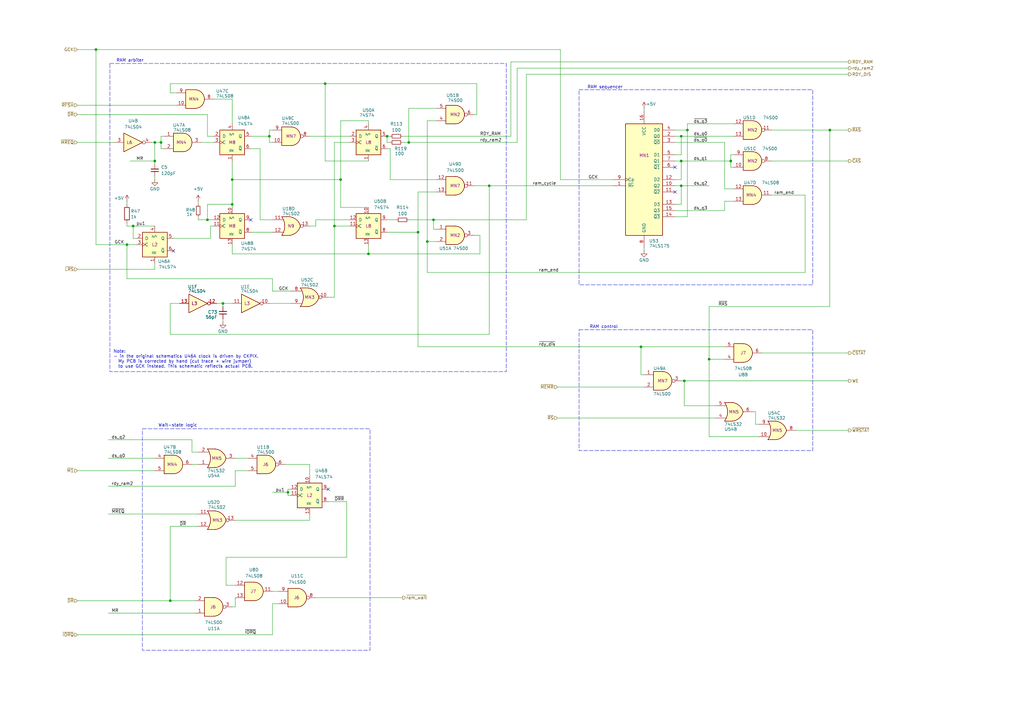
<source format=kicad_sch>
(kicad_sch (version 20231120) (generator "eeschema") (generator_version "8.0")
  (paper "A3")
  (title_block (title "Elwro 800 Junior Rev C - memory controller") (company "Przemysław Węgrzyn <pwegrzyn@codepainters.com>"))
  (lib_symbols
    (symbol "74xx:74LS00" (pin_names (offset 1.016))
      (property "Reference" "U" (at 0 1.27 0))
      (property "Value" "74LS00" (at 0 -1.27 0))
      (symbol "74LS00_1_1"
        (pin input line (at -7.62 2.54 0) (length 3.81) (name "~") (number "1"))
        (pin input line (at -7.62 -2.54 0) (length 3.81) (name "~") (number "2"))
        (pin output inverted (at 7.62 0 180) (length 3.81) (name "~") (number "3"))
      )
      (symbol "74LS00_1_2"
        (pin input inverted (at -7.62 2.54 0) (length 4.318) (name "~") (number "1"))
        (pin input inverted (at -7.62 -2.54 0) (length 4.318) (name "~") (number "2"))
        (pin output line (at 7.62 0 180) (length 3.81) (name "~") (number "3"))
      )
      (symbol "74LS00_2_1"
        (pin input line (at -7.62 2.54 0) (length 3.81) (name "~") (number "4"))
        (pin input line (at -7.62 -2.54 0) (length 3.81) (name "~") (number "5"))
        (pin output inverted (at 7.62 0 180) (length 3.81) (name "~") (number "6"))
      )
      (symbol "74LS00_2_2"
        (pin input inverted (at -7.62 2.54 0) (length 4.318) (name "~") (number "4"))
        (pin input inverted (at -7.62 -2.54 0) (length 4.318) (name "~") (number "5"))
        (pin output line (at 7.62 0 180) (length 3.81) (name "~") (number "6"))
      )
      (symbol "74LS00_3_1"
        (pin input line (at -7.62 -2.54 0) (length 3.81) (name "~") (number "10"))
        (pin output inverted (at 7.62 0 180) (length 3.81) (name "~") (number "8"))
        (pin input line (at -7.62 2.54 0) (length 3.81) (name "~") (number "9"))
      )
      (symbol "74LS00_3_2"
        (pin input inverted (at -7.62 -2.54 0) (length 4.318) (name "~") (number "10"))
        (pin output line (at 7.62 0 180) (length 3.81) (name "~") (number "8"))
        (pin input inverted (at -7.62 2.54 0) (length 4.318) (name "~") (number "9"))
      )
      (symbol "74LS00_4_1"
        (pin output inverted (at 7.62 0 180) (length 3.81) (name "~") (number "11"))
        (pin input line (at -7.62 2.54 0) (length 3.81) (name "~") (number "12"))
        (pin input line (at -7.62 -2.54 0) (length 3.81) (name "~") (number "13"))
      )
      (symbol "74LS00_4_2"
        (pin output line (at 7.62 0 180) (length 3.81) (name "~") (number "11"))
        (pin input inverted (at -7.62 2.54 0) (length 4.318) (name "~") (number "12"))
        (pin input inverted (at -7.62 -2.54 0) (length 4.318) (name "~") (number "13"))
      )
      (symbol "74LS00_5_0"
        (pin power_in line (at 0 12.7 270) (length 5.08) (name "VCC") (number "14"))
        (pin power_in line (at 0 -12.7 90) (length 5.08) (name "GND") (number "7"))
      )
    )
    (symbol "74xx:74LS02" (pin_names (offset 1.016))
      (property "Reference" "U" (at 0 1.27 0))
      (property "Value" "74LS02" (at 0 -1.27 0))
      (symbol "74LS02_1_1"
        (pin output inverted (at 7.62 0 180) (length 3.81) (name "~") (number "1"))
        (pin input line (at -7.62 2.54 0) (length 4.318) (name "~") (number "2"))
        (pin input line (at -7.62 -2.54 0) (length 4.318) (name "~") (number "3"))
      )
      (symbol "74LS02_1_2"
        (pin output line (at 7.62 0 180) (length 3.81) (name "~") (number "1"))
        (pin input inverted (at -7.62 2.54 0) (length 3.81) (name "~") (number "2"))
        (pin input inverted (at -7.62 -2.54 0) (length 3.81) (name "~") (number "3"))
      )
      (symbol "74LS02_2_1"
        (pin output inverted (at 7.62 0 180) (length 3.81) (name "~") (number "4"))
        (pin input line (at -7.62 2.54 0) (length 4.318) (name "~") (number "5"))
        (pin input line (at -7.62 -2.54 0) (length 4.318) (name "~") (number "6"))
      )
      (symbol "74LS02_2_2"
        (pin output line (at 7.62 0 180) (length 3.81) (name "~") (number "4"))
        (pin input inverted (at -7.62 2.54 0) (length 3.81) (name "~") (number "5"))
        (pin input inverted (at -7.62 -2.54 0) (length 3.81) (name "~") (number "6"))
      )
      (symbol "74LS02_3_1"
        (pin output inverted (at 7.62 0 180) (length 3.81) (name "~") (number "10"))
        (pin input line (at -7.62 2.54 0) (length 4.318) (name "~") (number "8"))
        (pin input line (at -7.62 -2.54 0) (length 4.318) (name "~") (number "9"))
      )
      (symbol "74LS02_3_2"
        (pin output line (at 7.62 0 180) (length 3.81) (name "~") (number "10"))
        (pin input inverted (at -7.62 2.54 0) (length 3.81) (name "~") (number "8"))
        (pin input inverted (at -7.62 -2.54 0) (length 3.81) (name "~") (number "9"))
      )
      (symbol "74LS02_4_1"
        (pin input line (at -7.62 2.54 0) (length 4.318) (name "~") (number "11"))
        (pin input line (at -7.62 -2.54 0) (length 4.318) (name "~") (number "12"))
        (pin output inverted (at 7.62 0 180) (length 3.81) (name "~") (number "13"))
      )
      (symbol "74LS02_4_2"
        (pin input inverted (at -7.62 2.54 0) (length 3.81) (name "~") (number "11"))
        (pin input inverted (at -7.62 -2.54 0) (length 3.81) (name "~") (number "12"))
        (pin output line (at 7.62 0 180) (length 3.81) (name "~") (number "13"))
      )
      (symbol "74LS02_5_0"
        (pin power_in line (at 0 12.7 270) (length 5.08) (name "VCC") (number "14"))
        (pin power_in line (at 0 -12.7 90) (length 5.08) (name "GND") (number "7"))
      )
    )
    (symbol "74xx:74LS04"
      (property "Reference" "U" (at 0 1.27 0))
      (property "Value" "74LS04" (at 0 -1.27 0))
      (symbol "74LS04_1_0"
        (pin input line (at -7.62 0 0) (length 3.81) (name "~") (number "1"))
        (pin output inverted (at 7.62 0 180) (length 3.81) (name "~") (number "2"))
      )
      (symbol "74LS04_2_0"
        (pin input line (at -7.62 0 0) (length 3.81) (name "~") (number "3"))
        (pin output inverted (at 7.62 0 180) (length 3.81) (name "~") (number "4"))
      )
      (symbol "74LS04_3_0"
        (pin input line (at -7.62 0 0) (length 3.81) (name "~") (number "5"))
        (pin output inverted (at 7.62 0 180) (length 3.81) (name "~") (number "6"))
      )
      (symbol "74LS04_4_0"
        (pin output inverted (at 7.62 0 180) (length 3.81) (name "~") (number "8"))
        (pin input line (at -7.62 0 0) (length 3.81) (name "~") (number "9"))
      )
      (symbol "74LS04_5_0"
        (pin output inverted (at 7.62 0 180) (length 3.81) (name "~") (number "10"))
        (pin input line (at -7.62 0 0) (length 3.81) (name "~") (number "11"))
      )
      (symbol "74LS04_6_0"
        (pin output inverted (at 7.62 0 180) (length 3.81) (name "~") (number "12"))
        (pin input line (at -7.62 0 0) (length 3.81) (name "~") (number "13"))
      )
      (symbol "74LS04_7_0"
        (pin power_in line (at 0 12.7 270) (length 5.08) (name "VCC") (number "14"))
        (pin power_in line (at 0 -12.7 90) (length 5.08) (name "GND") (number "7"))
      )
    )
    (symbol "74xx:74LS08" (pin_names (offset 1.016))
      (property "Reference" "U" (at 0 1.27 0))
      (property "Value" "74LS08" (at 0 -1.27 0))
      (symbol "74LS08_1_1"
        (pin input line (at -7.62 2.54 0) (length 3.81) (name "~") (number "1"))
        (pin input line (at -7.62 -2.54 0) (length 3.81) (name "~") (number "2"))
        (pin output line (at 7.62 0 180) (length 3.81) (name "~") (number "3"))
      )
      (symbol "74LS08_1_2"
        (pin input inverted (at -7.62 2.54 0) (length 4.318) (name "~") (number "1"))
        (pin input inverted (at -7.62 -2.54 0) (length 4.318) (name "~") (number "2"))
        (pin output inverted (at 7.62 0 180) (length 3.81) (name "~") (number "3"))
      )
      (symbol "74LS08_2_1"
        (pin input line (at -7.62 2.54 0) (length 3.81) (name "~") (number "4"))
        (pin input line (at -7.62 -2.54 0) (length 3.81) (name "~") (number "5"))
        (pin output line (at 7.62 0 180) (length 3.81) (name "~") (number "6"))
      )
      (symbol "74LS08_2_2"
        (pin input inverted (at -7.62 2.54 0) (length 4.318) (name "~") (number "4"))
        (pin input inverted (at -7.62 -2.54 0) (length 4.318) (name "~") (number "5"))
        (pin output inverted (at 7.62 0 180) (length 3.81) (name "~") (number "6"))
      )
      (symbol "74LS08_3_1"
        (pin input line (at -7.62 -2.54 0) (length 3.81) (name "~") (number "10"))
        (pin output line (at 7.62 0 180) (length 3.81) (name "~") (number "8"))
        (pin input line (at -7.62 2.54 0) (length 3.81) (name "~") (number "9"))
      )
      (symbol "74LS08_3_2"
        (pin input inverted (at -7.62 -2.54 0) (length 4.318) (name "~") (number "10"))
        (pin output inverted (at 7.62 0 180) (length 3.81) (name "~") (number "8"))
        (pin input inverted (at -7.62 2.54 0) (length 4.318) (name "~") (number "9"))
      )
      (symbol "74LS08_4_1"
        (pin output line (at 7.62 0 180) (length 3.81) (name "~") (number "11"))
        (pin input line (at -7.62 2.54 0) (length 3.81) (name "~") (number "12"))
        (pin input line (at -7.62 -2.54 0) (length 3.81) (name "~") (number "13"))
      )
      (symbol "74LS08_4_2"
        (pin output inverted (at 7.62 0 180) (length 3.81) (name "~") (number "11"))
        (pin input inverted (at -7.62 2.54 0) (length 4.318) (name "~") (number "12"))
        (pin input inverted (at -7.62 -2.54 0) (length 4.318) (name "~") (number "13"))
      )
      (symbol "74LS08_5_0"
        (pin power_in line (at 0 12.7 270) (length 5.08) (name "VCC") (number "14"))
        (pin power_in line (at 0 -12.7 90) (length 5.08) (name "GND") (number "7"))
      )
    )
    (symbol "74xx:74LS32" (pin_names (offset 1.016))
      (property "Reference" "U" (at 0 1.27 0))
      (property "Value" "74LS32" (at 0 -1.27 0))
      (symbol "74LS32_1_1"
        (pin input line (at -7.62 2.54 0) (length 4.318) (name "~") (number "1"))
        (pin input line (at -7.62 -2.54 0) (length 4.318) (name "~") (number "2"))
        (pin output line (at 7.62 0 180) (length 3.81) (name "~") (number "3"))
      )
      (symbol "74LS32_1_2"
        (pin input inverted (at -7.62 2.54 0) (length 3.81) (name "~") (number "1"))
        (pin input inverted (at -7.62 -2.54 0) (length 3.81) (name "~") (number "2"))
        (pin output inverted (at 7.62 0 180) (length 3.81) (name "~") (number "3"))
      )
      (symbol "74LS32_2_1"
        (pin input line (at -7.62 2.54 0) (length 4.318) (name "~") (number "4"))
        (pin input line (at -7.62 -2.54 0) (length 4.318) (name "~") (number "5"))
        (pin output line (at 7.62 0 180) (length 3.81) (name "~") (number "6"))
      )
      (symbol "74LS32_2_2"
        (pin input inverted (at -7.62 2.54 0) (length 3.81) (name "~") (number "4"))
        (pin input inverted (at -7.62 -2.54 0) (length 3.81) (name "~") (number "5"))
        (pin output inverted (at 7.62 0 180) (length 3.81) (name "~") (number "6"))
      )
      (symbol "74LS32_3_1"
        (pin input line (at -7.62 -2.54 0) (length 4.318) (name "~") (number "10"))
        (pin output line (at 7.62 0 180) (length 3.81) (name "~") (number "8"))
        (pin input line (at -7.62 2.54 0) (length 4.318) (name "~") (number "9"))
      )
      (symbol "74LS32_3_2"
        (pin input inverted (at -7.62 -2.54 0) (length 3.81) (name "~") (number "10"))
        (pin output inverted (at 7.62 0 180) (length 3.81) (name "~") (number "8"))
        (pin input inverted (at -7.62 2.54 0) (length 3.81) (name "~") (number "9"))
      )
      (symbol "74LS32_4_1"
        (pin output line (at 7.62 0 180) (length 3.81) (name "~") (number "11"))
        (pin input line (at -7.62 2.54 0) (length 4.318) (name "~") (number "12"))
        (pin input line (at -7.62 -2.54 0) (length 4.318) (name "~") (number "13"))
      )
      (symbol "74LS32_4_2"
        (pin output inverted (at 7.62 0 180) (length 3.81) (name "~") (number "11"))
        (pin input inverted (at -7.62 2.54 0) (length 3.81) (name "~") (number "12"))
        (pin input inverted (at -7.62 -2.54 0) (length 3.81) (name "~") (number "13"))
      )
      (symbol "74LS32_5_0"
        (pin power_in line (at 0 12.7 270) (length 5.08) (name "VCC") (number "14"))
        (pin power_in line (at 0 -12.7 90) (length 5.08) (name "GND") (number "7"))
      )
    )
    (symbol "74xx:74LS74" (pin_names (offset 1.016))
      (property "Reference" "U" (at -7.62 8.89 0))
      (property "Value" "74LS74" (at -7.62 -8.89 0))
      (symbol "74LS74_1_0"
        (pin input line (at 0 -7.62 90) (length 2.54) (name "~{R}") (number "1"))
        (pin input line (at -7.62 2.54 0) (length 2.54) (name "D") (number "2"))
        (pin input clock (at -7.62 0 0) (length 2.54) (name "C") (number "3"))
        (pin input line (at 0 7.62 270) (length 2.54) (name "~{S}") (number "4"))
        (pin output line (at 7.62 2.54 180) (length 2.54) (name "Q") (number "5"))
        (pin output line (at 7.62 -2.54 180) (length 2.54) (name "~{Q}") (number "6"))
      )
      (symbol "74LS74_2_0"
        (pin input line (at 0 7.62 270) (length 2.54) (name "~{S}") (number "10"))
        (pin input clock (at -7.62 0 0) (length 2.54) (name "C") (number "11"))
        (pin input line (at -7.62 2.54 0) (length 2.54) (name "D") (number "12"))
        (pin input line (at 0 -7.62 90) (length 2.54) (name "~{R}") (number "13"))
        (pin output line (at 7.62 -2.54 180) (length 2.54) (name "~{Q}") (number "8"))
        (pin output line (at 7.62 2.54 180) (length 2.54) (name "Q") (number "9"))
      )
      (symbol "74LS74_3_0"
        (pin power_in line (at 0 10.16 270) (length 2.54) (name "VCC") (number "14"))
        (pin power_in line (at 0 -10.16 90) (length 2.54) (name "GND") (number "7"))
      )
    )
    (symbol "Device:C_Small" (pin_numbers hide) (pin_names (offset 0.254) hide)
      (property "Reference" "C" (at 0.254 1.778 0))
      (property "Value" "C_Small" (at 0.254 -2.032 0))
      (symbol "C_Small_1_1"
        (pin passive line (at 0 2.54 270) (length 2.032) (name "~") (number "1"))
        (pin passive line (at 0 -2.54 90) (length 2.032) (name "~") (number "2"))
      )
    )
    (symbol "Device:R" (pin_numbers hide) (pin_names (offset 0))
      (property "Reference" "R" (at 2.032 0 90))
      (property "Value" "R" (at 0 0 90))
      (symbol "R_1_1"
        (pin passive line (at 0 3.81 270) (length 1.27) (name "~") (number "1"))
        (pin passive line (at 0 -3.81 90) (length 1.27) (name "~") (number "2"))
      )
    )
    (symbol "Device:R_Small" (pin_numbers hide) (pin_names (offset 0.254) hide)
      (property "Reference" "R" (at 0.762 0.508 0))
      (property "Value" "R_Small" (at 0.762 -1.016 0))
      (symbol "R_Small_1_1"
        (pin passive line (at 0 2.54 270) (length 0.762) (name "~") (number "1"))
        (pin passive line (at 0 -2.54 90) (length 0.762) (name "~") (number "2"))
      )
    )
    (symbol "e800j_custom:74LS175" (pin_names (offset 1.016))
      (property "Reference" "U" (at -7.62 13.97 0))
      (property "Value" "74LS175" (at -7.62 -16.51 0))
      (symbol "74LS175_1_0"
        (pin input line (at -12.7 -12.7 0) (length 5.08) (name "~{Mr}") (number "1"))
        (pin output line (at 12.7 -12.7 180) (length 5.08) (name "Q2") (number "10"))
        (pin output line (at 12.7 -15.24 180) (length 5.08) (name "~{Q2}") (number "11"))
        (pin input line (at 12.7 -10.16 180) (length 5.08) (name "D2") (number "12"))
        (pin input line (at 12.7 -20.32 180) (length 5.08) (name "D3") (number "13"))
        (pin output line (at 12.7 -25.4 180) (length 5.08) (name "~{Q3}") (number "14"))
        (pin output line (at 12.7 -22.86 180) (length 5.08) (name "Q3") (number "15"))
        (pin power_in line (at 0 17.78 270) (length 5.08) (name "VCC") (number "16"))
        (pin output line (at 12.7 7.62 180) (length 5.08) (name "Q0") (number "2"))
        (pin output line (at 12.7 5.08 180) (length 5.08) (name "~{Q0}") (number "3"))
        (pin input line (at 12.7 10.16 180) (length 5.08) (name "D0") (number "4"))
        (pin input line (at 12.7 0 180) (length 5.08) (name "D1") (number "5"))
        (pin output line (at 12.7 -5.08 180) (length 5.08) (name "~{Q1}") (number "6"))
        (pin output line (at 12.7 -2.54 180) (length 5.08) (name "Q1") (number "7"))
        (pin power_in line (at 0 -38.1 90) (length 5.08) (name "GND") (number "8"))
        (pin input clock (at -12.7 -10.16 0) (length 5.08) (name "Cp") (number "9"))
      )
    )
    (symbol "power:+5V" (power) (pin_numbers hide) (pin_names (offset 0) hide)
      (property "Value" "+5V" (at 0 3.556 0))
      (symbol "+5V_1_1"
        (pin power_in line (at 0 0 90) (length 0) (name "~") (number "1"))
      )
    )
    (symbol "power:GND" (power) (pin_numbers hide) (pin_names (offset 0) hide)
      (property "Value" "GND" (at 0 -3.81 0))
      (symbol "GND_1_1"
        (pin power_in line (at 0 0 270) (length 0) (name "~") (number "1"))
      )
    )
  )
  (junction (at 167.64 58.42))
  (junction (at 177.8 90.17))
  (junction (at 137.16 92.71))
  (junction (at 63.5 66.04))
  (junction (at 280.67 156.21))
  (junction (at 69.85 246.38))
  (junction (at 279.4 76.2))
  (junction (at 281.94 53.34))
  (junction (at 39.37 20.32))
  (junction (at 151.13 104.14))
  (junction (at 262.89 142.24))
  (junction (at 340.36 53.34))
  (junction (at 118.11 201.93))
  (junction (at 95.25 73.66))
  (junction (at 63.5 58.42))
  (junction (at 91.44 124.46))
  (junction (at 54.61 92.71))
  (junction (at 66.04 58.42))
  (junction (at 200.66 76.2))
  (junction (at 171.45 95.25))
  (junction (at 299.72 66.04))
  (junction (at 133.35 34.29))
  (junction (at 175.26 99.06))
  (junction (at 158.75 55.88))
  (junction (at 95.25 83.82))
  (junction (at 290.83 147.32))
  (junction (at 52.07 100.33))
  (junction (at 279.4 66.04))
  (junction (at 85.09 90.17))
  (junction (at 110.49 55.88))
  (junction (at 139.7 73.66))
  (junction (at 279.4 55.88))
  (no_connect (at 134.62 200.66))
  (no_connect (at 71.12 102.87))
  (no_connect (at 102.87 90.17))
  (no_connect (at 276.86 68.58))
  (no_connect (at 276.86 78.74))
  (wire (pts (xy 81.28 88.9) (xy 81.28 90.17)))
  (wire (pts (xy 142.24 228.6) (xy 92.71 228.6)))
  (wire (pts (xy 110.49 53.34) (xy 111.76 53.34)))
  (wire (pts (xy 127 92.71) (xy 129.54 92.71)))
  (wire (pts (xy 95.25 40.64) (xy 95.25 50.8)))
  (wire (pts (xy 171.45 142.24) (xy 262.89 142.24)))
  (wire (pts (xy 340.36 125.73) (xy 340.36 53.34)))
  (wire (pts (xy 69.85 34.29) (xy 133.35 34.29)))
  (wire (pts (xy 129.54 245.11) (xy 165.1 245.11)))
  (wire (pts (xy 133.35 34.29) (xy 195.58 34.29)))
  (wire (pts (xy 91.44 124.46) (xy 95.25 124.46)))
  (wire (pts (xy 96.52 187.96) (xy 101.6 187.96)))
  (wire (pts (xy 88.9 124.46) (xy 91.44 124.46)))
  (wire (pts (xy 102.87 55.88) (xy 110.49 55.88)))
  (wire (pts (xy 179.07 93.98) (xy 177.8 93.98)))
  (wire (pts (xy 279.4 63.5) (xy 279.4 55.88)))
  (wire (pts (xy 215.9 30.48) (xy 215.9 90.17)))
  (wire (pts (xy 111.76 119.38) (xy 119.38 119.38)))
  (wire (pts (xy 31.75 58.42) (xy 46.99 58.42)))
  (wire (pts (xy 280.67 156.21) (xy 347.98 156.21)))
  (wire (pts (xy 39.37 100.33) (xy 52.07 100.33)))
  (wire (pts (xy 175.26 49.53) (xy 179.07 49.53)))
  (wire (pts (xy 118.11 201.93) (xy 118.11 203.2)))
  (wire (pts (xy 92.71 228.6) (xy 92.71 240.03)))
  (wire (pts (xy 63.5 107.95) (xy 63.5 110.49)))
  (wire (pts (xy 86.36 92.71) (xy 87.63 92.71)))
  (wire (pts (xy 81.28 90.17) (xy 85.09 90.17)))
  (wire (pts (xy 63.5 72.39) (xy 63.5 73.66)))
  (wire (pts (xy 212.09 27.94) (xy 212.09 58.42)))
  (wire (pts (xy 158.75 95.25) (xy 171.45 95.25)))
  (wire (pts (xy 279.4 66.04) (xy 276.86 66.04)))
  (wire (pts (xy 264.16 44.45) (xy 264.16 45.72)))
  (wire (pts (xy 340.36 53.34) (xy 347.98 53.34)))
  (wire (pts (xy 111.76 58.42) (xy 110.49 58.42)))
  (wire (pts (xy 52.07 114.3) (xy 52.07 100.33)))
  (wire (pts (xy 290.83 125.73) (xy 340.36 125.73)))
  (wire (pts (xy 95.25 66.04) (xy 95.25 73.66)))
  (wire (pts (xy 165.1 58.42) (xy 167.64 58.42)))
  (wire (pts (xy 53.34 66.04) (xy 63.5 66.04)))
  (wire (pts (xy 66.04 58.42) (xy 66.04 55.88)))
  (wire (pts (xy 85.09 90.17) (xy 85.09 83.82)))
  (wire (pts (xy 44.45 199.39) (xy 96.52 199.39)))
  (wire (pts (xy 39.37 20.32) (xy 229.87 20.32)))
  (wire (pts (xy 293.37 166.37) (xy 280.67 166.37)))
  (wire (pts (xy 297.18 77.47) (xy 297.18 58.42)))
  (wire (pts (xy 44.45 180.34) (xy 78.74 180.34)))
  (wire (pts (xy 276.86 53.34) (xy 281.94 53.34)))
  (wire (pts (xy 276.86 73.66) (xy 279.4 73.66)))
  (wire (pts (xy 69.85 38.1) (xy 69.85 34.29)))
  (wire (pts (xy 158.75 60.96) (xy 160.02 60.96)))
  (wire (pts (xy 281.94 53.34) (xy 281.94 50.8)))
  (wire (pts (xy 54.61 92.71) (xy 63.5 92.71)))
  (wire (pts (xy 276.86 83.82) (xy 279.4 83.82)))
  (wire (pts (xy 52.07 82.55) (xy 52.07 83.82)))
  (wire (pts (xy 133.35 34.29) (xy 133.35 66.04)))
  (wire (pts (xy 177.8 93.98) (xy 177.8 90.17)))
  (wire (pts (xy 209.55 25.4) (xy 347.98 25.4)))
  (wire (pts (xy 299.72 66.04) (xy 299.72 63.5)))
  (wire (pts (xy 215.9 30.48) (xy 347.98 30.48)))
  (wire (pts (xy 279.4 76.2) (xy 276.86 76.2)))
  (wire (pts (xy 31.75 260.35) (xy 111.76 260.35)))
  (wire (pts (xy 31.75 246.38) (xy 69.85 246.38)))
  (wire (pts (xy 85.09 55.88) (xy 85.09 46.99)))
  (wire (pts (xy 118.11 203.2) (xy 119.38 203.2)))
  (wire (pts (xy 316.23 66.04) (xy 347.98 66.04)))
  (wire (pts (xy 63.5 58.42) (xy 66.04 58.42)))
  (wire (pts (xy 290.83 179.07) (xy 311.15 179.07)))
  (wire (pts (xy 127 55.88) (xy 143.51 55.88)))
  (wire (pts (xy 194.31 76.2) (xy 200.66 76.2)))
  (wire (pts (xy 52.07 100.33) (xy 55.88 100.33)))
  (wire (pts (xy 158.75 55.88) (xy 158.75 58.42)))
  (wire (pts (xy 137.16 92.71) (xy 137.16 58.42)))
  (wire (pts (xy 95.25 73.66) (xy 139.7 73.66)))
  (wire (pts (xy 142.24 205.74) (xy 142.24 228.6)))
  (wire (pts (xy 118.11 200.66) (xy 118.11 201.93)))
  (wire (pts (xy 78.74 190.5) (xy 81.28 190.5)))
  (wire (pts (xy 179.07 99.06) (xy 175.26 99.06)))
  (wire (pts (xy 111.76 201.93) (xy 118.11 201.93)))
  (wire (pts (xy 309.88 168.91) (xy 308.61 168.91)))
  (wire (pts (xy 102.87 95.25) (xy 111.76 95.25)))
  (wire (pts (xy 129.54 90.17) (xy 143.51 90.17)))
  (wire (pts (xy 175.26 111.76) (xy 175.26 99.06)))
  (wire (pts (xy 151.13 104.14) (xy 151.13 100.33)))
  (wire (pts (xy 297.18 86.36) (xy 297.18 82.55)))
  (wire (pts (xy 96.52 213.36) (xy 127 213.36)))
  (wire (pts (xy 279.4 66.04) (xy 299.72 66.04)))
  (wire (pts (xy 69.85 137.16) (xy 200.66 137.16)))
  (wire (pts (xy 69.85 124.46) (xy 69.85 137.16)))
  (wire (pts (xy 316.23 53.34) (xy 340.36 53.34)))
  (wire (pts (xy 86.36 97.79) (xy 86.36 92.71)))
  (wire (pts (xy 44.45 210.82) (xy 81.28 210.82)))
  (wire (pts (xy 139.7 73.66) (xy 139.7 85.09)))
  (wire (pts (xy 297.18 58.42) (xy 276.86 58.42)))
  (wire (pts (xy 276.86 63.5) (xy 279.4 63.5)))
  (wire (pts (xy 228.6 171.45) (xy 293.37 171.45)))
  (wire (pts (xy 279.4 76.2) (xy 290.83 76.2)))
  (wire (pts (xy 209.55 55.88) (xy 209.55 25.4)))
  (wire (pts (xy 127 213.36) (xy 127 210.82)))
  (wire (pts (xy 129.54 92.71) (xy 129.54 90.17)))
  (wire (pts (xy 158.75 90.17) (xy 162.56 90.17)))
  (wire (pts (xy 81.28 185.42) (xy 78.74 185.42)))
  (wire (pts (xy 95.25 83.82) (xy 95.25 85.09)))
  (wire (pts (xy 290.83 147.32) (xy 290.83 179.07)))
  (wire (pts (xy 196.85 96.52) (xy 194.31 96.52)))
  (wire (pts (xy 95.25 73.66) (xy 95.25 83.82)))
  (wire (pts (xy 281.94 88.9) (xy 281.94 53.34)))
  (wire (pts (xy 66.04 60.96) (xy 66.04 58.42)))
  (wire (pts (xy 95.25 100.33) (xy 95.25 104.14)))
  (wire (pts (xy 137.16 58.42) (xy 143.51 58.42)))
  (wire (pts (xy 85.09 55.88) (xy 87.63 55.88)))
  (wire (pts (xy 55.88 97.79) (xy 54.61 97.79)))
  (wire (pts (xy 96.52 193.04) (xy 101.6 193.04)))
  (wire (pts (xy 151.13 104.14) (xy 196.85 104.14)))
  (wire (pts (xy 167.64 44.45) (xy 167.64 58.42)))
  (wire (pts (xy 133.35 66.04) (xy 151.13 66.04)))
  (wire (pts (xy 91.44 124.46) (xy 91.44 125.73)))
  (wire (pts (xy 111.76 119.38) (xy 111.76 114.3)))
  (wire (pts (xy 96.52 248.92) (xy 95.25 248.92)))
  (wire (pts (xy 171.45 78.74) (xy 179.07 78.74)))
  (wire (pts (xy 175.26 111.76) (xy 330.2 111.76)))
  (wire (pts (xy 69.85 246.38) (xy 80.01 246.38)))
  (wire (pts (xy 309.88 173.99) (xy 309.88 168.91)))
  (wire (pts (xy 175.26 49.53) (xy 175.26 99.06)))
  (wire (pts (xy 276.86 86.36) (xy 297.18 86.36)))
  (wire (pts (xy 262.89 153.67) (xy 264.16 153.67)))
  (wire (pts (xy 95.25 104.14) (xy 151.13 104.14)))
  (wire (pts (xy 279.4 55.88) (xy 300.99 55.88)))
  (wire (pts (xy 87.63 40.64) (xy 95.25 40.64)))
  (wire (pts (xy 139.7 49.53) (xy 151.13 49.53)))
  (wire (pts (xy 171.45 95.25) (xy 171.45 78.74)))
  (wire (pts (xy 96.52 193.04) (xy 96.52 199.39)))
  (wire (pts (xy 137.16 92.71) (xy 137.16 121.92)))
  (wire (pts (xy 31.75 46.99) (xy 85.09 46.99)))
  (wire (pts (xy 280.67 166.37) (xy 280.67 156.21)))
  (wire (pts (xy 279.4 73.66) (xy 279.4 66.04)))
  (wire (pts (xy 281.94 50.8) (xy 300.99 50.8)))
  (wire (pts (xy 228.6 158.75) (xy 264.16 158.75)))
  (wire (pts (xy 312.42 144.78) (xy 347.98 144.78)))
  (wire (pts (xy 137.16 92.71) (xy 143.51 92.71)))
  (wire (pts (xy 31.75 43.18) (xy 72.39 43.18)))
  (wire (pts (xy 102.87 60.96) (xy 106.68 60.96)))
  (wire (pts (xy 44.45 251.46) (xy 80.01 251.46)))
  (wire (pts (xy 330.2 80.01) (xy 330.2 111.76)))
  (wire (pts (xy 44.45 187.96) (xy 63.5 187.96)))
  (wire (pts (xy 91.44 130.81) (xy 91.44 132.08)))
  (wire (pts (xy 264.16 101.6) (xy 264.16 102.87)))
  (wire (pts (xy 137.16 121.92) (xy 134.62 121.92)))
  (wire (pts (xy 167.64 58.42) (xy 212.09 58.42)))
  (wire (pts (xy 276.86 88.9) (xy 281.94 88.9)))
  (wire (pts (xy 229.87 73.66) (xy 251.46 73.66)))
  (wire (pts (xy 196.85 104.14) (xy 196.85 96.52)))
  (wire (pts (xy 160.02 60.96) (xy 160.02 73.66)))
  (wire (pts (xy 151.13 49.53) (xy 151.13 50.8)))
  (wire (pts (xy 311.15 173.99) (xy 309.88 173.99)))
  (wire (pts (xy 78.74 185.42) (xy 78.74 180.34)))
  (wire (pts (xy 69.85 246.38) (xy 69.85 215.9)))
  (wire (pts (xy 63.5 58.42) (xy 63.5 66.04)))
  (wire (pts (xy 82.55 58.42) (xy 87.63 58.42)))
  (wire (pts (xy 160.02 73.66) (xy 179.07 73.66)))
  (wire (pts (xy 160.02 58.42) (xy 158.75 58.42)))
  (wire (pts (xy 114.3 247.65) (xy 111.76 247.65)))
  (wire (pts (xy 111.76 242.57) (xy 114.3 242.57)))
  (wire (pts (xy 92.71 240.03) (xy 96.52 240.03)))
  (wire (pts (xy 63.5 66.04) (xy 63.5 67.31)))
  (wire (pts (xy 62.23 58.42) (xy 63.5 58.42)))
  (wire (pts (xy 279.4 55.88) (xy 276.86 55.88)))
  (wire (pts (xy 81.28 82.55) (xy 81.28 83.82)))
  (wire (pts (xy 110.49 55.88) (xy 110.49 53.34)))
  (wire (pts (xy 200.66 76.2) (xy 251.46 76.2)))
  (wire (pts (xy 96.52 245.11) (xy 96.52 248.92)))
  (wire (pts (xy 290.83 147.32) (xy 290.83 125.73)))
  (wire (pts (xy 167.64 90.17) (xy 177.8 90.17)))
  (wire (pts (xy 54.61 97.79) (xy 54.61 92.71)))
  (wire (pts (xy 194.31 46.99) (xy 195.58 46.99)))
  (wire (pts (xy 111.76 114.3) (xy 52.07 114.3)))
  (wire (pts (xy 72.39 38.1) (xy 69.85 38.1)))
  (wire (pts (xy 119.38 200.66) (xy 118.11 200.66)))
  (wire (pts (xy 69.85 215.9) (xy 81.28 215.9)))
  (wire (pts (xy 262.89 142.24) (xy 297.18 142.24)))
  (wire (pts (xy 179.07 44.45) (xy 167.64 44.45)))
  (wire (pts (xy 229.87 20.32) (xy 229.87 73.66)))
  (wire (pts (xy 139.7 73.66) (xy 139.7 49.53)))
  (wire (pts (xy 299.72 66.04) (xy 299.72 68.58)))
  (wire (pts (xy 66.04 55.88) (xy 67.31 55.88)))
  (wire (pts (xy 39.37 20.32) (xy 39.37 100.33)))
  (wire (pts (xy 52.07 92.71) (xy 54.61 92.71)))
  (wire (pts (xy 300.99 77.47) (xy 297.18 77.47)))
  (wire (pts (xy 139.7 85.09) (xy 151.13 85.09)))
  (wire (pts (xy 299.72 63.5) (xy 300.99 63.5)))
  (wire (pts (xy 171.45 95.25) (xy 171.45 142.24)))
  (wire (pts (xy 299.72 68.58) (xy 300.99 68.58)))
  (wire (pts (xy 106.68 90.17) (xy 111.76 90.17)))
  (wire (pts (xy 212.09 27.94) (xy 347.98 27.94)))
  (wire (pts (xy 110.49 58.42) (xy 110.49 55.88)))
  (wire (pts (xy 165.1 55.88) (xy 209.55 55.88)))
  (wire (pts (xy 71.12 97.79) (xy 86.36 97.79)))
  (wire (pts (xy 111.76 247.65) (xy 111.76 260.35)))
  (wire (pts (xy 134.62 205.74) (xy 142.24 205.74)))
  (wire (pts (xy 262.89 142.24) (xy 262.89 153.67)))
  (wire (pts (xy 52.07 91.44) (xy 52.07 92.71)))
  (wire (pts (xy 67.31 60.96) (xy 66.04 60.96)))
  (wire (pts (xy 279.4 156.21) (xy 280.67 156.21)))
  (wire (pts (xy 279.4 83.82) (xy 279.4 76.2)))
  (wire (pts (xy 316.23 80.01) (xy 330.2 80.01)))
  (wire (pts (xy 31.75 20.32) (xy 39.37 20.32)))
  (wire (pts (xy 195.58 34.29) (xy 195.58 46.99)))
  (wire (pts (xy 85.09 83.82) (xy 95.25 83.82)))
  (wire (pts (xy 297.18 147.32) (xy 290.83 147.32)))
  (wire (pts (xy 73.66 124.46) (xy 69.85 124.46)))
  (wire (pts (xy 106.68 60.96) (xy 106.68 90.17)))
  (wire (pts (xy 110.49 124.46) (xy 119.38 124.46)))
  (wire (pts (xy 127 195.58) (xy 127 190.5)))
  (wire (pts (xy 200.66 137.16) (xy 200.66 76.2)))
  (wire (pts (xy 326.39 176.53) (xy 347.98 176.53)))
  (wire (pts (xy 297.18 82.55) (xy 300.99 82.55)))
  (wire (pts (xy 158.75 55.88) (xy 160.02 55.88)))
  (wire (pts (xy 31.75 193.04) (xy 63.5 193.04)))
  (wire (pts (xy 31.75 110.49) (xy 63.5 110.49)))
  (wire (pts (xy 127 190.5) (xy 116.84 190.5)))
  (wire (pts (xy 87.63 90.17) (xy 85.09 90.17)))
  (wire (pts (xy 177.8 90.17) (xy 215.9 90.17)))
  (rectangle (start 237.49 135.255) (end 333.375 184.785) (stroke (width 0) (type dash)))
  (rectangle (start 237.49 36.83) (end 333.375 116.84) (stroke (width 0) (type dash)))
  (rectangle (start 58.42 175.895) (end 151.765 266.7) (stroke (width 0) (type dash)))
  (rectangle (start 45.085 26.035) (end 207.645 152.4) (stroke (width 0) (type dash)))
  (text "Note:\n- in the original schematics U46A clock is driven by CKPIX. \n  My PCB is corrected by hand (cut trace + wire jumper) \n  to use GCK instead. This schematic reflects actual PCB." (at 46.482 147.32 0) (effects (font (size 1.27 1.27)) (justify left)))
  (text "RAM sequencer" (at 248.158 35.814 0) (effects (font (size 1.27 1.27))))
  (text "RAM arbiter" (at 53.34 24.892 0) (effects (font (size 1.27 1.27))))
  (text "RAM control" (at 247.65 134.112 0) (effects (font (size 1.27 1.27))))
  (text "Wait-state logic" (at 72.898 174.498 0) (effects (font (size 1.27 1.27))))
  (label "ram_cycle" (at 218.44 76.2 0))
  (label "ds_q2" (at 284.48 76.2 0))
  (label "ram_end" (at 220.98 111.76 0))
  (label "~{ds_q0}" (at 284.48 58.42 0))
  (label "~{rdy_dis}" (at 220.98 142.24 0))
  (label "MR" (at 55.88 66.04 0))
  (label "rdy_ram2" (at 45.72 199.39 0))
  (label "~{DR}" (at 73.66 215.9 0))
  (label "ds_q0" (at 284.48 55.88 0))
  (label "ds_q3" (at 284.48 86.36 0))
  (label "RDY_RAM" (at 196.85 55.88 0))
  (label "~{DRR}" (at 137.16 205.74 0))
  (label "GCK" (at 114.3 119.38 0))
  (label "~{ds_q3}" (at 284.48 50.8 0))
  (label "~{IORQ}" (at 100.33 260.35 0))
  (label "ds_q0" (at 45.72 187.96 0))
  (label "pu1" (at 113.03 201.93 0))
  (label "ds_q1" (at 284.48 66.04 0))
  (label "MR" (at 45.72 251.46 0))
  (label "GCK" (at 46.99 100.33 0))
  (label "ram_end" (at 317.5 80.01 0))
  (label "pu1" (at 55.88 92.71 0))
  (label "~{MREQ}" (at 45.72 210.82 0))
  (label "GCK" (at 241.3 73.66 0))
  (label "~{RAS}" (at 294.64 125.73 0))
  (label "ds_q2" (at 45.72 180.34 0))
  (label "rdy_ram2" (at 196.85 58.42 0))
  (hierarchical_label "~{ram_wait}" (shape output) (at 165.1 245.11 0))
  (hierarchical_label "~{RFSH}" (shape input) (at 31.75 43.18 180))
  (hierarchical_label "~{CSTAT}" (shape output) (at 347.98 144.78 0))
  (hierarchical_label "~{RAS}" (shape output) (at 347.98 53.34 0))
  (hierarchical_label "~{M1}" (shape input) (at 31.75 193.04 180))
  (hierarchical_label "WE" (shape output) (at 347.98 156.21 0))
  (hierarchical_label "~{DR}" (shape input) (at 31.75 246.38 180))
  (hierarchical_label "~{CAS}" (shape output) (at 347.98 66.04 0))
  (hierarchical_label "~{RS}" (shape input) (at 228.6 171.45 180))
  (hierarchical_label "GCK" (shape input) (at 31.75 20.32 180))
  (hierarchical_label "~{IORQ}" (shape input) (at 31.75 260.35 180))
  (hierarchical_label "~{WRSTAT}" (shape output) (at 347.98 176.53 0))
  (hierarchical_label "~{MEMR}" (shape input) (at 228.6 158.75 180))
  (hierarchical_label "rdy_ram2" (shape output) (at 347.98 27.94 0))
  (hierarchical_label "RDY_DIS" (shape output) (at 347.98 30.48 0))
  (hierarchical_label "~{MREQ}" (shape input) (at 31.75 58.42 180))
  (hierarchical_label "~{LRS}" (shape input) (at 31.75 110.49 180))
  (hierarchical_label "~{DR}" (shape input) (at 31.75 46.99 180))
  (hierarchical_label "RDY_RAM" (shape output) (at 347.98 25.4 0))
  (symbol (lib_id "74xx:74LS00") (at 186.69 46.99 0) (mirror x) (unit 2)
    (property "Reference" "U51" (at 185.674 39.116 0))
    (property "Value" "74S00" (at 186.69 41.148 0))
    (property "Footprint" "e800j_custom:DIP14_300" (effects (hide yes)))
    (property "Datasheet" "http://www.ti.com/lit/gpn/sn74ls00" (effects (hide yes)))
    (property "Description" "quad 2-input NAND gate" (effects (hide yes)))
    (property "OrigRef" "MN2" (at 186.69 46.99 0))
    (property "OrigType" "UCY74S00N" (effects (hide yes)))
  )
  (symbol (lib_id "74xx:74LS08") (at 74.93 58.42 0) (unit 1)
    (property "Reference" "U47" (at 73.406 51.308 0))
    (property "Value" "74LS08" (at 74.676 53.34 0))
    (property "Footprint" "e800j_custom:DIP14_300" (effects (hide yes)))
    (property "Datasheet" "http://www.ti.com/lit/gpn/sn74LS08" (effects (hide yes)))
    (property "Description" "Quad And2" (effects (hide yes)))
    (property "OrigRef" "MN4" (at 74.422 58.42 0))
    (property "OrigType" "UCY74LS08N" (effects (hide yes)))
  )
  (symbol (lib_id "74xx:74LS08") (at 308.61 80.01 0) (unit 4)
    (property "Reference" "U47" (at 307.594 74.93 0))
    (property "Value" "74LS08" (at 315.976 74.93 0))
    (property "Footprint" "e800j_custom:DIP14_300" (effects (hide yes)))
    (property "Datasheet" "http://www.ti.com/lit/gpn/sn74LS08" (effects (hide yes)))
    (property "Description" "Quad And2" (effects (hide yes)))
    (property "OrigRef" "MN4" (at 308.102 80.01 0))
    (property "OrigType" "UCY74LS08N" (effects (hide yes)))
  )
  (symbol (lib_id "74xx:74LS00") (at 119.38 55.88 0) (unit 3)
    (property "Reference" "U49" (at 118.11 48.514 0))
    (property "Value" "74LS00" (at 119.126 50.546 0))
    (property "Footprint" "e800j_custom:DIP14_300" (effects (hide yes)))
    (property "Datasheet" "http://www.ti.com/lit/gpn/sn74ls00" (effects (hide yes)))
    (property "Description" "quad 2-input NAND gate" (effects (hide yes)))
    (property "OrigRef" "MN7" (at 119.38 55.88 0))
    (property "OrigType" "UCY74LS00N" (effects (hide yes)))
  )
  (symbol (lib_id "power:GND") (at 91.44 132.08 0) (unit 1)
    (property "Reference" "#PWR0173" (effects (hide yes)))
    (property "Value" "GND" (at 91.44 135.89 0))
    (property "Description" "Power symbol creates a global label with name \"GND\" , ground" (effects (hide yes)))
  )
  (symbol (lib_id "74xx:74LS00") (at 186.69 76.2 0) (unit 4)
    (property "Reference" "U49" (at 186.6817 67.31 0))
    (property "Value" "74LS00" (at 186.6817 69.85 0))
    (property "Footprint" "e800j_custom:DIP14_300" (effects (hide yes)))
    (property "Datasheet" "http://www.ti.com/lit/gpn/sn74ls00" (effects (hide yes)))
    (property "Description" "quad 2-input NAND gate" (effects (hide yes)))
    (property "OrigRef" "MN7" (at 186.69 76.2 0))
    (property "OrigType" "UCY74LS00N" (effects (hide yes)))
  )
  (symbol (lib_id "74xx:74LS00") (at 186.69 96.52 0) (unit 1)
    (property "Reference" "U51" (at 182.626 101.854 0))
    (property "Value" "74S00" (at 188.976 101.854 0))
    (property "Footprint" "e800j_custom:DIP14_300" (effects (hide yes)))
    (property "Datasheet" "http://www.ti.com/lit/gpn/sn74ls00" (effects (hide yes)))
    (property "Description" "quad 2-input NAND gate" (effects (hide yes)))
    (property "OrigRef" "MN2" (at 186.69 96.52 0))
    (property "OrigType" "UCY74S00N" (effects (hide yes)))
  )
  (symbol (lib_id "74xx:74LS00") (at 109.22 190.5 0) (unit 2)
    (property "Reference" "U11" (at 107.95 183.388 0))
    (property "Value" "74LS00" (at 108.966 185.42 0))
    (property "Footprint" "e800j_custom:DIP14_300" (effects (hide yes)))
    (property "Datasheet" "http://www.ti.com/lit/gpn/sn74ls00" (effects (hide yes)))
    (property "Description" "quad 2-input NAND gate" (effects (hide yes)))
    (property "OrigRef" "J6" (at 108.966 190.5 0))
    (property "OrigType" "UCY74LS00N" (effects (hide yes)))
  )
  (symbol (lib_id "Device:R_Small") (at 81.28 86.36 180) (unit 1)
    (property "Reference" "R48" (at 76.2 86.106 0) (effects (justify right)))
    (property "Value" "1k" (at 76.454 87.884 0) (effects (justify right)))
    (property "Footprint" "e800j_custom:r_400" (effects (hide yes)))
    (property "Description" "Resistor, small symbol" (effects (hide yes)))
  )
  (symbol (lib_id "Device:R") (at 52.07 87.63 180) (unit 1)
    (property "Reference" "R47" (at 53.594 86.614 0) (effects (justify right)))
    (property "Value" "1k" (at 53.594 88.9 0) (effects (justify right)))
    (property "Footprint" "e800j_custom:r_400" (effects (hide yes)))
    (property "Description" "Resistor" (effects (hide yes)))
  )
  (symbol (lib_id "74xx:74LS04") (at 102.87 124.46 0) (unit 5)
    (property "Reference" "U1" (at 100.584 117.602 0))
    (property "Value" "74LS04" (at 102.362 119.38 0))
    (property "Footprint" "e800j_custom:DIP14_300" (effects (hide yes)))
    (property "Datasheet" "http://www.ti.com/lit/gpn/sn74LS04" (effects (hide yes)))
    (property "Description" "Hex Inverter" (effects (hide yes)))
    (property "OrigRef" "L3" (at 101.346 124.46 0))
    (property "OrigType" "UCY74LS04N" (effects (hide yes)))
  )
  (symbol (lib_id "Device:C_Small") (at 91.44 128.27 180) (unit 1)
    (property "Reference" "C73" (at 89.154 128.016 0) (effects (justify left)))
    (property "Value" "56pF" (at 89.154 130.048 0) (effects (justify left)))
    (property "Footprint" "e800j_custom:c_100" (effects (hide yes)))
    (property "Description" "Unpolarized capacitor, small symbol" (effects (hide yes)))
    (property "OrigValueDtr" "51pF" (effects (hide yes)))
  )
  (symbol (lib_id "74xx:74LS74") (at 127 203.2 0) (unit 2)
    (property "Reference" "U46" (at 129.1941 193.04 0) (effects (justify left)))
    (property "Value" "74LS74" (at 129.1941 195.58 0) (effects (justify left)))
    (property "Footprint" "e800j_custom:DIP14_300" (effects (hide yes)))
    (property "Datasheet" "74xx/74hc_hct74.pdf" (effects (hide yes)))
    (property "Description" "Dual D Flip-flop, Set & Reset" (effects (hide yes)))
    (property "OrigRef" "L2" (at 127 203.2 0))
    (property "OrigType" "UCY74LS74N" (effects (hide yes)))
  )
  (symbol (lib_id "74xx:74LS74") (at 151.13 58.42 0) (unit 1)
    (property "Reference" "U50" (at 148.59 45.212 0) (effects (justify left)))
    (property "Value" "74S74" (at 147.32 47.244 0) (effects (justify left)))
    (property "Footprint" "e800j_custom:DIP14_300" (effects (hide yes)))
    (property "Datasheet" "74xx/74hc_hct74.pdf" (effects (hide yes)))
    (property "Description" "Dual D Flip-flop, Set & Reset" (effects (hide yes)))
    (property "OrigRef" "L8" (at 151.13 58.42 0))
    (property "OrigType" "UCY74H74N" (effects (hide yes)))
  )
  (symbol (lib_id "74xx:74LS74") (at 151.13 92.71 0) (unit 2)
    (property "Reference" "U50" (at 153.3241 82.55 0) (effects (justify left)))
    (property "Value" "74S74" (at 153.3241 85.09 0) (effects (justify left)))
    (property "Footprint" "e800j_custom:DIP14_300" (effects (hide yes)))
    (property "Datasheet" "74xx/74hc_hct74.pdf" (effects (hide yes)))
    (property "Description" "Dual D Flip-flop, Set & Reset" (effects (hide yes)))
    (property "OrigRef" "L8" (at 151.13 92.71 0))
    (property "OrigType" "UCY74H74N" (effects (hide yes)))
  )
  (symbol (lib_id "Device:R_Small") (at 162.56 58.42 90) (unit 1) (on_board no)
    (property "Reference" "R119" (at 164.338 60.96 90))
    (property "Value" "100" (at 163.83 62.992 90))
    (property "Footprint" "e800j_custom:r_600" (effects (hide yes)))
    (property "Description" "Resistor, small symbol" (effects (hide yes)))
  )
  (symbol (lib_id "74xx:74LS74") (at 95.25 92.71 0) (unit 2)
    (property "Reference" "U48" (at 98.806 99.822 0) (effects (justify left)))
    (property "Value" "74S74" (at 98.806 102.108 0) (effects (justify left)))
    (property "Footprint" "e800j_custom:DIP14_300" (effects (hide yes)))
    (property "Datasheet" "74xx/74hc_hct74.pdf" (effects (hide yes)))
    (property "Description" "Dual D Flip-flop, Set & Reset" (effects (hide yes)))
    (property "OrigRef" "M8" (at 95.25 92.71 0))
    (property "OrigType" "UCY74H74N" (effects (hide yes)))
  )
  (symbol (lib_id "Device:R_Small") (at 162.56 55.88 90) (unit 1)
    (property "Reference" "R113" (at 162.56 50.8 90))
    (property "Value" "100" (at 162.56 53.34 90))
    (property "Footprint" "e800j_custom:r_600" (effects (hide yes)))
    (property "Description" "Resistor, small symbol" (effects (hide yes)))
  )
  (symbol (lib_id "74xx:74LS02") (at 119.38 92.71 0) (unit 4)
    (property "Reference" "U18" (at 118.364 85.598 0))
    (property "Value" "74LS02" (at 119.38 87.63 0))
    (property "Footprint" "e800j_custom:DIP14_300" (effects (hide yes)))
    (property "Datasheet" "http://www.ti.com/lit/gpn/sn74ls02" (effects (hide yes)))
    (property "Description" "quad 2-input NOR gate" (effects (hide yes)))
    (property "OrigRef" "N9" (at 119.38 92.71 0))
    (property "OrigType" "UCY74LS02N" (effects (hide yes)))
  )
  (symbol (lib_id "74xx:74LS00") (at 121.92 245.11 0) (unit 3)
    (property "Reference" "U11" (at 121.9117 236.22 0))
    (property "Value" "74LS00" (at 121.9117 238.76 0))
    (property "Footprint" "e800j_custom:DIP14_300" (effects (hide yes)))
    (property "Datasheet" "http://www.ti.com/lit/gpn/sn74ls00" (effects (hide yes)))
    (property "Description" "quad 2-input NAND gate" (effects (hide yes)))
    (property "OrigRef" "J6" (at 121.666 245.11 0))
    (property "OrigType" "UCY74LS00N" (effects (hide yes)))
  )
  (symbol (lib_id "74xx:74LS00") (at 308.61 53.34 0) (unit 4)
    (property "Reference" "U51" (at 307.34 48.26 0))
    (property "Value" "74S00" (at 315.976 48.26 0))
    (property "Footprint" "e800j_custom:DIP14_300" (effects (hide yes)))
    (property "Datasheet" "http://www.ti.com/lit/gpn/sn74ls00" (effects (hide yes)))
    (property "Description" "quad 2-input NAND gate" (effects (hide yes)))
    (property "OrigRef" "MN2" (at 308.61 53.34 0))
    (property "OrigType" "UCY74S00N" (effects (hide yes)))
  )
  (symbol (lib_id "74xx:74LS08") (at 80.01 40.64 0) (unit 3)
    (property "Reference" "U47" (at 91.186 37.338 0))
    (property "Value" "74LS08" (at 92.202 39.37 0))
    (property "Footprint" "e800j_custom:DIP14_300" (effects (hide yes)))
    (property "Datasheet" "http://www.ti.com/lit/gpn/sn74LS08" (effects (hide yes)))
    (property "Description" "Quad And2" (effects (hide yes)))
    (property "OrigRef" "MN4" (at 79.502 40.64 0))
    (property "OrigType" "UCY74LS08N" (effects (hide yes)))
  )
  (symbol (lib_id "74xx:74LS08") (at 304.8 144.78 0) (mirror x) (unit 2)
    (property "Reference" "U8" (at 304.7917 153.67 0))
    (property "Value" "74LS08" (at 304.7917 151.13 0))
    (property "Footprint" "e800j_custom:DIP14_300" (effects (hide yes)))
    (property "Datasheet" "http://www.ti.com/lit/gpn/sn74LS08" (effects (hide yes)))
    (property "Description" "Quad And2" (effects (hide yes)))
    (property "OrigRef" "J7" (at 304.8 144.78 0))
    (property "OrigType" "UCY74LS08N" (effects (hide yes)))
  )
  (symbol (lib_id "74xx:74LS00") (at 87.63 248.92 0) (mirror x) (unit 1)
    (property "Reference" "U11" (at 87.6217 257.81 0))
    (property "Value" "74LS00" (at 87.6217 255.27 0))
    (property "Footprint" "e800j_custom:DIP14_300" (effects (hide yes)))
    (property "Datasheet" "http://www.ti.com/lit/gpn/sn74ls00" (effects (hide yes)))
    (property "Description" "quad 2-input NAND gate" (effects (hide yes)))
    (property "OrigRef" "J6" (at 87.376 248.92 0))
    (property "OrigType" "UCY74LS00N" (effects (hide yes)))
  )
  (symbol (lib_id "power:+5V") (at 264.16 44.45 0) (unit 1)
    (property "Reference" "#PWR0175" (effects (hide yes)))
    (property "Value" "+5V" (at 266.954 42.672 0))
    (property "Description" "Power symbol creates a global label with name \"+5V\"" (effects (hide yes)))
  )
  (symbol (lib_id "74xx:74LS32") (at 88.9 187.96 0) (mirror x) (unit 1)
    (property "Reference" "U54" (at 87.63 195.072 0))
    (property "Value" "74LS32" (at 88.646 193.04 0))
    (property "Footprint" "e800j_custom:DIP14_300" (effects (hide yes)))
    (property "Datasheet" "http://www.ti.com/lit/gpn/sn74LS32" (effects (hide yes)))
    (property "Description" "Quad 2-input OR" (effects (hide yes)))
    (property "OrigRef" "MN5" (at 88.9 187.96 0))
    (property "OrigType" "UCY74LS32N" (effects (hide yes)))
  )
  (symbol (lib_id "power:GND") (at 264.16 102.87 0) (unit 1)
    (property "Reference" "#PWR0174" (effects (hide yes)))
    (property "Value" "GND" (at 264.16 106.68 0))
    (property "Description" "Power symbol creates a global label with name \"GND\" , ground" (effects (hide yes)))
  )
  (symbol (lib_id "74xx:74LS00") (at 271.78 156.21 0) (unit 1)
    (property "Reference" "U49" (at 270.51 151.13 0))
    (property "Value" "74LS00" (at 271.526 161.544 0))
    (property "Footprint" "e800j_custom:DIP14_300" (effects (hide yes)))
    (property "Datasheet" "http://www.ti.com/lit/gpn/sn74ls00" (effects (hide yes)))
    (property "Description" "quad 2-input NAND gate" (effects (hide yes)))
    (property "OrigRef" "MN7" (at 271.78 156.21 0))
    (property "OrigType" "UCY74LS00N" (effects (hide yes)))
  )
  (symbol (lib_id "74xx:74LS32") (at 318.77 176.53 0) (unit 3)
    (property "Reference" "U54" (at 317.5 169.418 0))
    (property "Value" "74LS32" (at 318.516 171.45 0))
    (property "Footprint" "e800j_custom:DIP14_300" (effects (hide yes)))
    (property "Datasheet" "http://www.ti.com/lit/gpn/sn74LS32" (effects (hide yes)))
    (property "Description" "Quad 2-input OR" (effects (hide yes)))
    (property "OrigRef" "MN5" (at 318.77 176.53 0))
    (property "OrigType" "UCY74LS32N" (effects (hide yes)))
  )
  (symbol (lib_id "74xx:74LS08") (at 71.12 190.5 0) (unit 2)
    (property "Reference" "U47" (at 69.596 183.388 0))
    (property "Value" "74LS08" (at 70.866 185.42 0))
    (property "Footprint" "e800j_custom:DIP14_300" (effects (hide yes)))
    (property "Datasheet" "http://www.ti.com/lit/gpn/sn74LS08" (effects (hide yes)))
    (property "Description" "Quad And2" (effects (hide yes)))
    (property "OrigRef" "MN4" (at 70.612 190.5 0))
    (property "OrigType" "UCY74LS08N" (effects (hide yes)))
  )
  (symbol (lib_id "power:+5V") (at 52.07 82.55 0) (unit 1)
    (property "Reference" "#PWR04" (effects (hide yes)))
    (property "Value" "+5V" (at 48.768 81.28 0))
    (property "Description" "Power symbol creates a global label with name \"+5V\"" (effects (hide yes)))
  )
  (symbol (lib_id "74xx:74LS74") (at 63.5 100.33 0) (unit 1)
    (property "Reference" "U46" (at 64.77 107.188 0) (effects (justify left)))
    (property "Value" "74LS74" (at 65.024 109.474 0) (effects (justify left)))
    (property "Footprint" "e800j_custom:DIP14_300" (effects (hide yes)))
    (property "Datasheet" "74xx/74hc_hct74.pdf" (effects (hide yes)))
    (property "Description" "Dual D Flip-flop, Set & Reset" (effects (hide yes)))
    (property "OrigRef" "L2" (at 63.5 100.33 0))
    (property "OrigType" "UCY74LS74N" (effects (hide yes)))
  )
  (symbol (lib_id "e800j_custom:74LS175") (at 264.16 63.5 0) (unit 1)
    (property "Reference" "U53" (at 266.192 98.806 0) (effects (justify left)))
    (property "Value" "74LS175" (at 266.192 100.838 0) (effects (justify left)))
    (property "Footprint" "e800j_custom:DIP16_300" (effects (hide yes)))
    (property "Datasheet" "http://www.ti.com/lit/gpn/sn74LS175" (effects (hide yes)))
    (property "Description" "4-bit D Flip-Flop, reset" (effects (hide yes)))
    (property "OrigRef" "MN1" (at 262.128 63.754 0) (effects (justify left)))
    (property "OrigType" "UCY74LS175N" (effects (hide yes)))
  )
  (symbol (lib_id "74xx:74LS02") (at 127 121.92 0) (unit 3)
    (property "Reference" "U52" (at 125.984 114.808 0))
    (property "Value" "74LS02" (at 127 116.84 0))
    (property "Footprint" "e800j_custom:DIP14_300" (effects (hide yes)))
    (property "Datasheet" "http://www.ti.com/lit/gpn/sn74ls02" (effects (hide yes)))
    (property "Description" "quad 2-input NOR gate" (effects (hide yes)))
    (property "OrigRef" "MN3" (at 127 121.92 0))
    (property "OrigType" "UCY74LS02N" (effects (hide yes)))
  )
  (symbol (lib_id "74xx:74LS32") (at 300.99 168.91 0) (mirror x) (unit 2)
    (property "Reference" "U54" (at 299.72 176.022 0))
    (property "Value" "74LS32" (at 300.736 173.99 0))
    (property "Footprint" "e800j_custom:DIP14_300" (effects (hide yes)))
    (property "Datasheet" "http://www.ti.com/lit/gpn/sn74LS32" (effects (hide yes)))
    (property "Description" "Quad 2-input OR" (effects (hide yes)))
    (property "OrigRef" "MN5" (at 300.99 168.91 0))
    (property "OrigType" "UCY74LS32N" (effects (hide yes)))
  )
  (symbol (lib_id "74xx:74LS04") (at 54.61 58.42 0) (unit 2)
    (property "Reference" "U4" (at 54.61 49.53 0))
    (property "Value" "74LS04" (at 54.61 52.07 0))
    (property "Footprint" "e800j_custom:DIP14_300" (effects (hide yes)))
    (property "Datasheet" "http://www.ti.com/lit/gpn/sn74LS04" (effects (hide yes)))
    (property "Description" "Hex Inverter" (effects (hide yes)))
    (property "OrigRef" "L6" (at 53.086 58.42 0))
    (property "OrigType" "UCY74LS04N" (effects (hide yes)))
  )
  (symbol (lib_id "74xx:74LS00") (at 308.61 66.04 0) (unit 3)
    (property "Reference" "U51" (at 307.594 60.96 0))
    (property "Value" "74S00" (at 315.722 60.96 0))
    (property "Footprint" "e800j_custom:DIP14_300" (effects (hide yes)))
    (property "Datasheet" "http://www.ti.com/lit/gpn/sn74ls00" (effects (hide yes)))
    (property "Description" "quad 2-input NAND gate" (effects (hide yes)))
    (property "OrigRef" "MN2" (at 308.61 66.04 0))
    (property "OrigType" "UCY74S00N" (effects (hide yes)))
  )
  (symbol (lib_id "Device:R_Small") (at 165.1 90.17 90) (unit 1)
    (property "Reference" "R114" (at 165.1 85.09 90))
    (property "Value" "100" (at 165.1 87.63 90))
    (property "Footprint" "e800j_custom:r_400" (effects (hide yes)))
    (property "Description" "Resistor, small symbol" (effects (hide yes)))
  )
  (symbol (lib_id "power:+5V") (at 81.28 82.55 0) (unit 1)
    (property "Reference" "#PWR0176" (effects (hide yes)))
    (property "Value" "+5V" (at 81.28 77.47 0))
    (property "Description" "Power symbol creates a global label with name \"+5V\"" (effects (hide yes)))
  )
  (symbol (lib_id "74xx:74LS02") (at 88.9 213.36 0) (unit 4)
    (property "Reference" "U52" (at 87.63 205.994 0))
    (property "Value" "74LS02" (at 88.9 208.026 0))
    (property "Footprint" "e800j_custom:DIP14_300" (effects (hide yes)))
    (property "Datasheet" "http://www.ti.com/lit/gpn/sn74ls02" (effects (hide yes)))
    (property "Description" "quad 2-input NOR gate" (effects (hide yes)))
    (property "OrigRef" "MN3" (at 89.154 213.36 0))
    (property "OrigType" "UCY74LS02N" (effects (hide yes)))
  )
  (symbol (lib_id "74xx:74LS04") (at 81.28 124.46 0) (unit 6)
    (property "Reference" "U1" (at 78.994 117.602 0))
    (property "Value" "74LS04" (at 80.772 119.38 0))
    (property "Footprint" "e800j_custom:DIP14_300" (effects (hide yes)))
    (property "Datasheet" "http://www.ti.com/lit/gpn/sn74LS04" (effects (hide yes)))
    (property "Description" "Hex Inverter" (effects (hide yes)))
    (property "OrigRef" "L3" (at 79.756 124.46 0))
    (property "OrigType" "UCY74LS04N" (effects (hide yes)))
  )
  (symbol (lib_id "74xx:74LS74") (at 95.25 58.42 0) (unit 1)
    (property "Reference" "U48" (at 97.4441 48.26 0) (effects (justify left)))
    (property "Value" "74S74" (at 97.4441 50.8 0) (effects (justify left)))
    (property "Footprint" "e800j_custom:DIP14_300" (effects (hide yes)))
    (property "Datasheet" "74xx/74hc_hct74.pdf" (effects (hide yes)))
    (property "Description" "Dual D Flip-flop, Set & Reset" (effects (hide yes)))
    (property "OrigRef" "M8" (at 95.25 58.42 0))
    (property "OrigType" "UCY74H74N" (effects (hide yes)))
  )
  (symbol (lib_id "Device:C_Small") (at 63.5 69.85 180) (unit 1)
    (property "Reference" "C5" (at 66.04 68.5735 0) (effects (justify right)))
    (property "Value" "120pF" (at 66.04 71.1135 0) (effects (justify right)))
    (property "Footprint" "e800j_custom:c_200" (effects (hide yes)))
    (property "Description" "Unpolarized capacitor, small symbol" (effects (hide yes)))
  )
  (symbol (lib_id "74xx:74LS08") (at 104.14 242.57 0) (unit 4)
    (property "Reference" "U8" (at 104.1317 233.68 0))
    (property "Value" "74LS08" (at 104.1317 236.22 0))
    (property "Footprint" "e800j_custom:DIP14_300" (effects (hide yes)))
    (property "Datasheet" "http://www.ti.com/lit/gpn/sn74LS08" (effects (hide yes)))
    (property "Description" "Quad And2" (effects (hide yes)))
    (property "OrigRef" "J7" (at 103.886 242.57 0))
    (property "OrigType" "UCY74LS08N" (effects (hide yes)))
  )
  (symbol (lib_id "power:GND") (at 63.5 73.66 0) (unit 1)
    (property "Reference" "#PWR0172" (effects (hide yes)))
    (property "Value" "GND" (at 63.5 77.47 0))
    (property "Description" "Power symbol creates a global label with name \"GND\" , ground" (effects (hide yes)))
  )
)
</source>
